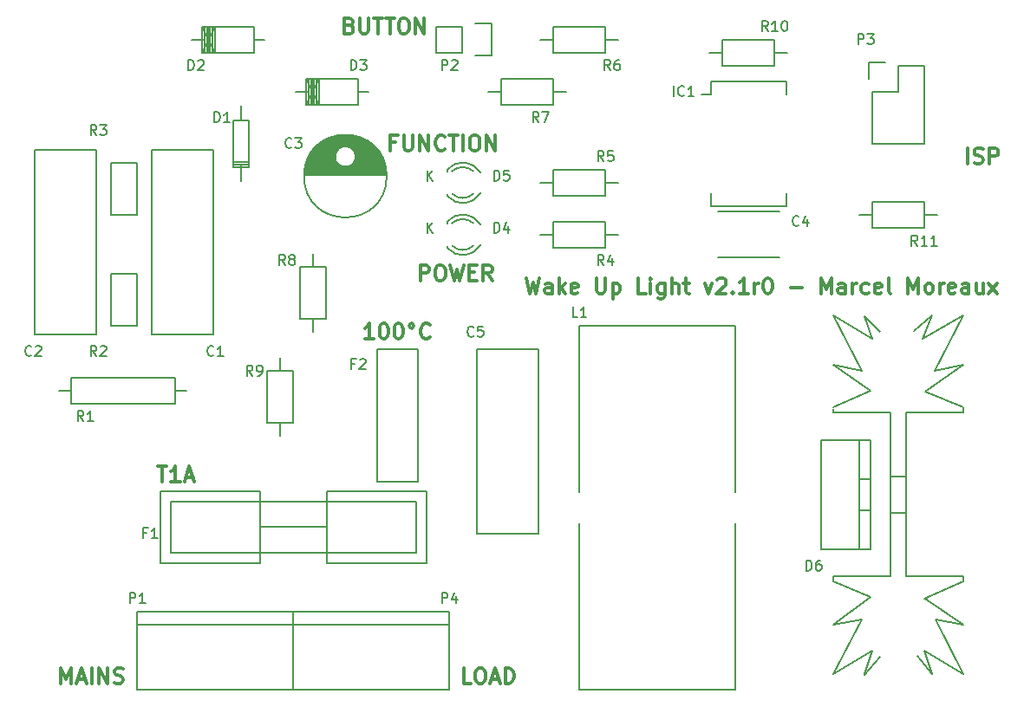
<source format=gto>
G04 #@! TF.FileFunction,Legend,Top*
%FSLAX46Y46*%
G04 Gerber Fmt 4.6, Leading zero omitted, Abs format (unit mm)*
G04 Created by KiCad (PCBNEW 4.0.5+dfsg1-4) date Wed Mar 13 23:51:39 2019*
%MOMM*%
%LPD*%
G01*
G04 APERTURE LIST*
%ADD10C,0.100000*%
%ADD11C,0.300000*%
%ADD12C,0.150000*%
G04 APERTURE END LIST*
D10*
D11*
X109115715Y-100778571D02*
X109472858Y-102278571D01*
X109758572Y-101207143D01*
X110044286Y-102278571D01*
X110401429Y-100778571D01*
X111615715Y-102278571D02*
X111615715Y-101492857D01*
X111544286Y-101350000D01*
X111401429Y-101278571D01*
X111115715Y-101278571D01*
X110972858Y-101350000D01*
X111615715Y-102207143D02*
X111472858Y-102278571D01*
X111115715Y-102278571D01*
X110972858Y-102207143D01*
X110901429Y-102064286D01*
X110901429Y-101921429D01*
X110972858Y-101778571D01*
X111115715Y-101707143D01*
X111472858Y-101707143D01*
X111615715Y-101635714D01*
X112330001Y-102278571D02*
X112330001Y-100778571D01*
X112472858Y-101707143D02*
X112901429Y-102278571D01*
X112901429Y-101278571D02*
X112330001Y-101850000D01*
X114115715Y-102207143D02*
X113972858Y-102278571D01*
X113687144Y-102278571D01*
X113544287Y-102207143D01*
X113472858Y-102064286D01*
X113472858Y-101492857D01*
X113544287Y-101350000D01*
X113687144Y-101278571D01*
X113972858Y-101278571D01*
X114115715Y-101350000D01*
X114187144Y-101492857D01*
X114187144Y-101635714D01*
X113472858Y-101778571D01*
X115972858Y-100778571D02*
X115972858Y-101992857D01*
X116044286Y-102135714D01*
X116115715Y-102207143D01*
X116258572Y-102278571D01*
X116544286Y-102278571D01*
X116687144Y-102207143D01*
X116758572Y-102135714D01*
X116830001Y-101992857D01*
X116830001Y-100778571D01*
X117544287Y-101278571D02*
X117544287Y-102778571D01*
X117544287Y-101350000D02*
X117687144Y-101278571D01*
X117972858Y-101278571D01*
X118115715Y-101350000D01*
X118187144Y-101421429D01*
X118258573Y-101564286D01*
X118258573Y-101992857D01*
X118187144Y-102135714D01*
X118115715Y-102207143D01*
X117972858Y-102278571D01*
X117687144Y-102278571D01*
X117544287Y-102207143D01*
X120758573Y-102278571D02*
X120044287Y-102278571D01*
X120044287Y-100778571D01*
X121258573Y-102278571D02*
X121258573Y-101278571D01*
X121258573Y-100778571D02*
X121187144Y-100850000D01*
X121258573Y-100921429D01*
X121330001Y-100850000D01*
X121258573Y-100778571D01*
X121258573Y-100921429D01*
X122615716Y-101278571D02*
X122615716Y-102492857D01*
X122544287Y-102635714D01*
X122472859Y-102707143D01*
X122330002Y-102778571D01*
X122115716Y-102778571D01*
X121972859Y-102707143D01*
X122615716Y-102207143D02*
X122472859Y-102278571D01*
X122187145Y-102278571D01*
X122044287Y-102207143D01*
X121972859Y-102135714D01*
X121901430Y-101992857D01*
X121901430Y-101564286D01*
X121972859Y-101421429D01*
X122044287Y-101350000D01*
X122187145Y-101278571D01*
X122472859Y-101278571D01*
X122615716Y-101350000D01*
X123330002Y-102278571D02*
X123330002Y-100778571D01*
X123972859Y-102278571D02*
X123972859Y-101492857D01*
X123901430Y-101350000D01*
X123758573Y-101278571D01*
X123544288Y-101278571D01*
X123401430Y-101350000D01*
X123330002Y-101421429D01*
X124472859Y-101278571D02*
X125044288Y-101278571D01*
X124687145Y-100778571D02*
X124687145Y-102064286D01*
X124758573Y-102207143D01*
X124901431Y-102278571D01*
X125044288Y-102278571D01*
X126544288Y-101278571D02*
X126901431Y-102278571D01*
X127258573Y-101278571D01*
X127758573Y-100921429D02*
X127830002Y-100850000D01*
X127972859Y-100778571D01*
X128330002Y-100778571D01*
X128472859Y-100850000D01*
X128544288Y-100921429D01*
X128615716Y-101064286D01*
X128615716Y-101207143D01*
X128544288Y-101421429D01*
X127687145Y-102278571D01*
X128615716Y-102278571D01*
X129258573Y-102135714D02*
X129330001Y-102207143D01*
X129258573Y-102278571D01*
X129187144Y-102207143D01*
X129258573Y-102135714D01*
X129258573Y-102278571D01*
X130758573Y-102278571D02*
X129901430Y-102278571D01*
X130330002Y-102278571D02*
X130330002Y-100778571D01*
X130187145Y-100992857D01*
X130044287Y-101135714D01*
X129901430Y-101207143D01*
X131401430Y-102278571D02*
X131401430Y-101278571D01*
X131401430Y-101564286D02*
X131472858Y-101421429D01*
X131544287Y-101350000D01*
X131687144Y-101278571D01*
X131830001Y-101278571D01*
X132615715Y-100778571D02*
X132758572Y-100778571D01*
X132901429Y-100850000D01*
X132972858Y-100921429D01*
X133044287Y-101064286D01*
X133115715Y-101350000D01*
X133115715Y-101707143D01*
X133044287Y-101992857D01*
X132972858Y-102135714D01*
X132901429Y-102207143D01*
X132758572Y-102278571D01*
X132615715Y-102278571D01*
X132472858Y-102207143D01*
X132401429Y-102135714D01*
X132330001Y-101992857D01*
X132258572Y-101707143D01*
X132258572Y-101350000D01*
X132330001Y-101064286D01*
X132401429Y-100921429D01*
X132472858Y-100850000D01*
X132615715Y-100778571D01*
X134901429Y-101707143D02*
X136044286Y-101707143D01*
X137901429Y-102278571D02*
X137901429Y-100778571D01*
X138401429Y-101850000D01*
X138901429Y-100778571D01*
X138901429Y-102278571D01*
X140258572Y-102278571D02*
X140258572Y-101492857D01*
X140187143Y-101350000D01*
X140044286Y-101278571D01*
X139758572Y-101278571D01*
X139615715Y-101350000D01*
X140258572Y-102207143D02*
X140115715Y-102278571D01*
X139758572Y-102278571D01*
X139615715Y-102207143D01*
X139544286Y-102064286D01*
X139544286Y-101921429D01*
X139615715Y-101778571D01*
X139758572Y-101707143D01*
X140115715Y-101707143D01*
X140258572Y-101635714D01*
X140972858Y-102278571D02*
X140972858Y-101278571D01*
X140972858Y-101564286D02*
X141044286Y-101421429D01*
X141115715Y-101350000D01*
X141258572Y-101278571D01*
X141401429Y-101278571D01*
X142544286Y-102207143D02*
X142401429Y-102278571D01*
X142115715Y-102278571D01*
X141972857Y-102207143D01*
X141901429Y-102135714D01*
X141830000Y-101992857D01*
X141830000Y-101564286D01*
X141901429Y-101421429D01*
X141972857Y-101350000D01*
X142115715Y-101278571D01*
X142401429Y-101278571D01*
X142544286Y-101350000D01*
X143758571Y-102207143D02*
X143615714Y-102278571D01*
X143330000Y-102278571D01*
X143187143Y-102207143D01*
X143115714Y-102064286D01*
X143115714Y-101492857D01*
X143187143Y-101350000D01*
X143330000Y-101278571D01*
X143615714Y-101278571D01*
X143758571Y-101350000D01*
X143830000Y-101492857D01*
X143830000Y-101635714D01*
X143115714Y-101778571D01*
X144687143Y-102278571D02*
X144544285Y-102207143D01*
X144472857Y-102064286D01*
X144472857Y-100778571D01*
X146401428Y-102278571D02*
X146401428Y-100778571D01*
X146901428Y-101850000D01*
X147401428Y-100778571D01*
X147401428Y-102278571D01*
X148330000Y-102278571D02*
X148187142Y-102207143D01*
X148115714Y-102135714D01*
X148044285Y-101992857D01*
X148044285Y-101564286D01*
X148115714Y-101421429D01*
X148187142Y-101350000D01*
X148330000Y-101278571D01*
X148544285Y-101278571D01*
X148687142Y-101350000D01*
X148758571Y-101421429D01*
X148830000Y-101564286D01*
X148830000Y-101992857D01*
X148758571Y-102135714D01*
X148687142Y-102207143D01*
X148544285Y-102278571D01*
X148330000Y-102278571D01*
X149472857Y-102278571D02*
X149472857Y-101278571D01*
X149472857Y-101564286D02*
X149544285Y-101421429D01*
X149615714Y-101350000D01*
X149758571Y-101278571D01*
X149901428Y-101278571D01*
X150972856Y-102207143D02*
X150829999Y-102278571D01*
X150544285Y-102278571D01*
X150401428Y-102207143D01*
X150329999Y-102064286D01*
X150329999Y-101492857D01*
X150401428Y-101350000D01*
X150544285Y-101278571D01*
X150829999Y-101278571D01*
X150972856Y-101350000D01*
X151044285Y-101492857D01*
X151044285Y-101635714D01*
X150329999Y-101778571D01*
X152329999Y-102278571D02*
X152329999Y-101492857D01*
X152258570Y-101350000D01*
X152115713Y-101278571D01*
X151829999Y-101278571D01*
X151687142Y-101350000D01*
X152329999Y-102207143D02*
X152187142Y-102278571D01*
X151829999Y-102278571D01*
X151687142Y-102207143D01*
X151615713Y-102064286D01*
X151615713Y-101921429D01*
X151687142Y-101778571D01*
X151829999Y-101707143D01*
X152187142Y-101707143D01*
X152329999Y-101635714D01*
X153687142Y-101278571D02*
X153687142Y-102278571D01*
X153044285Y-101278571D02*
X153044285Y-102064286D01*
X153115713Y-102207143D01*
X153258571Y-102278571D01*
X153472856Y-102278571D01*
X153615713Y-102207143D01*
X153687142Y-102135714D01*
X154258571Y-102278571D02*
X155044285Y-101278571D01*
X154258571Y-101278571D02*
X155044285Y-102278571D01*
X94198572Y-106723571D02*
X93341429Y-106723571D01*
X93770001Y-106723571D02*
X93770001Y-105223571D01*
X93627144Y-105437857D01*
X93484286Y-105580714D01*
X93341429Y-105652143D01*
X95127143Y-105223571D02*
X95270000Y-105223571D01*
X95412857Y-105295000D01*
X95484286Y-105366429D01*
X95555715Y-105509286D01*
X95627143Y-105795000D01*
X95627143Y-106152143D01*
X95555715Y-106437857D01*
X95484286Y-106580714D01*
X95412857Y-106652143D01*
X95270000Y-106723571D01*
X95127143Y-106723571D01*
X94984286Y-106652143D01*
X94912857Y-106580714D01*
X94841429Y-106437857D01*
X94770000Y-106152143D01*
X94770000Y-105795000D01*
X94841429Y-105509286D01*
X94912857Y-105366429D01*
X94984286Y-105295000D01*
X95127143Y-105223571D01*
X96555714Y-105223571D02*
X96698571Y-105223571D01*
X96841428Y-105295000D01*
X96912857Y-105366429D01*
X96984286Y-105509286D01*
X97055714Y-105795000D01*
X97055714Y-106152143D01*
X96984286Y-106437857D01*
X96912857Y-106580714D01*
X96841428Y-106652143D01*
X96698571Y-106723571D01*
X96555714Y-106723571D01*
X96412857Y-106652143D01*
X96341428Y-106580714D01*
X96270000Y-106437857D01*
X96198571Y-106152143D01*
X96198571Y-105795000D01*
X96270000Y-105509286D01*
X96341428Y-105366429D01*
X96412857Y-105295000D01*
X96555714Y-105223571D01*
X97912857Y-105223571D02*
X97769999Y-105295000D01*
X97698571Y-105437857D01*
X97769999Y-105580714D01*
X97912857Y-105652143D01*
X98055714Y-105580714D01*
X98127142Y-105437857D01*
X98055714Y-105295000D01*
X97912857Y-105223571D01*
X99698571Y-106580714D02*
X99627142Y-106652143D01*
X99412856Y-106723571D01*
X99269999Y-106723571D01*
X99055714Y-106652143D01*
X98912856Y-106509286D01*
X98841428Y-106366429D01*
X98769999Y-106080714D01*
X98769999Y-105866429D01*
X98841428Y-105580714D01*
X98912856Y-105437857D01*
X99055714Y-105295000D01*
X99269999Y-105223571D01*
X99412856Y-105223571D01*
X99627142Y-105295000D01*
X99698571Y-105366429D01*
X73144286Y-119193571D02*
X74001429Y-119193571D01*
X73572858Y-120693571D02*
X73572858Y-119193571D01*
X75287143Y-120693571D02*
X74430000Y-120693571D01*
X74858572Y-120693571D02*
X74858572Y-119193571D01*
X74715715Y-119407857D01*
X74572857Y-119550714D01*
X74430000Y-119622143D01*
X75858571Y-120265000D02*
X76572857Y-120265000D01*
X75715714Y-120693571D02*
X76215714Y-119193571D01*
X76715714Y-120693571D01*
X152205715Y-89578571D02*
X152205715Y-88078571D01*
X152848572Y-89507143D02*
X153062858Y-89578571D01*
X153420001Y-89578571D01*
X153562858Y-89507143D01*
X153634287Y-89435714D01*
X153705715Y-89292857D01*
X153705715Y-89150000D01*
X153634287Y-89007143D01*
X153562858Y-88935714D01*
X153420001Y-88864286D01*
X153134287Y-88792857D01*
X152991429Y-88721429D01*
X152920001Y-88650000D01*
X152848572Y-88507143D01*
X152848572Y-88364286D01*
X152920001Y-88221429D01*
X152991429Y-88150000D01*
X153134287Y-88078571D01*
X153491429Y-88078571D01*
X153705715Y-88150000D01*
X154348572Y-89578571D02*
X154348572Y-88078571D01*
X154920000Y-88078571D01*
X155062858Y-88150000D01*
X155134286Y-88221429D01*
X155205715Y-88364286D01*
X155205715Y-88578571D01*
X155134286Y-88721429D01*
X155062858Y-88792857D01*
X154920000Y-88864286D01*
X154348572Y-88864286D01*
X91857143Y-76092857D02*
X92071429Y-76164286D01*
X92142857Y-76235714D01*
X92214286Y-76378571D01*
X92214286Y-76592857D01*
X92142857Y-76735714D01*
X92071429Y-76807143D01*
X91928571Y-76878571D01*
X91357143Y-76878571D01*
X91357143Y-75378571D01*
X91857143Y-75378571D01*
X92000000Y-75450000D01*
X92071429Y-75521429D01*
X92142857Y-75664286D01*
X92142857Y-75807143D01*
X92071429Y-75950000D01*
X92000000Y-76021429D01*
X91857143Y-76092857D01*
X91357143Y-76092857D01*
X92857143Y-75378571D02*
X92857143Y-76592857D01*
X92928571Y-76735714D01*
X93000000Y-76807143D01*
X93142857Y-76878571D01*
X93428571Y-76878571D01*
X93571429Y-76807143D01*
X93642857Y-76735714D01*
X93714286Y-76592857D01*
X93714286Y-75378571D01*
X94214286Y-75378571D02*
X95071429Y-75378571D01*
X94642858Y-76878571D02*
X94642858Y-75378571D01*
X95357143Y-75378571D02*
X96214286Y-75378571D01*
X95785715Y-76878571D02*
X95785715Y-75378571D01*
X97000000Y-75378571D02*
X97285714Y-75378571D01*
X97428572Y-75450000D01*
X97571429Y-75592857D01*
X97642857Y-75878571D01*
X97642857Y-76378571D01*
X97571429Y-76664286D01*
X97428572Y-76807143D01*
X97285714Y-76878571D01*
X97000000Y-76878571D01*
X96857143Y-76807143D01*
X96714286Y-76664286D01*
X96642857Y-76378571D01*
X96642857Y-75878571D01*
X96714286Y-75592857D01*
X96857143Y-75450000D01*
X97000000Y-75378571D01*
X98285715Y-76878571D02*
X98285715Y-75378571D01*
X99142858Y-76878571D01*
X99142858Y-75378571D01*
X96357857Y-87522857D02*
X95857857Y-87522857D01*
X95857857Y-88308571D02*
X95857857Y-86808571D01*
X96572143Y-86808571D01*
X97143571Y-86808571D02*
X97143571Y-88022857D01*
X97214999Y-88165714D01*
X97286428Y-88237143D01*
X97429285Y-88308571D01*
X97714999Y-88308571D01*
X97857857Y-88237143D01*
X97929285Y-88165714D01*
X98000714Y-88022857D01*
X98000714Y-86808571D01*
X98715000Y-88308571D02*
X98715000Y-86808571D01*
X99572143Y-88308571D01*
X99572143Y-86808571D01*
X101143572Y-88165714D02*
X101072143Y-88237143D01*
X100857857Y-88308571D01*
X100715000Y-88308571D01*
X100500715Y-88237143D01*
X100357857Y-88094286D01*
X100286429Y-87951429D01*
X100215000Y-87665714D01*
X100215000Y-87451429D01*
X100286429Y-87165714D01*
X100357857Y-87022857D01*
X100500715Y-86880000D01*
X100715000Y-86808571D01*
X100857857Y-86808571D01*
X101072143Y-86880000D01*
X101143572Y-86951429D01*
X101572143Y-86808571D02*
X102429286Y-86808571D01*
X102000715Y-88308571D02*
X102000715Y-86808571D01*
X102929286Y-88308571D02*
X102929286Y-86808571D01*
X103929286Y-86808571D02*
X104215000Y-86808571D01*
X104357858Y-86880000D01*
X104500715Y-87022857D01*
X104572143Y-87308571D01*
X104572143Y-87808571D01*
X104500715Y-88094286D01*
X104357858Y-88237143D01*
X104215000Y-88308571D01*
X103929286Y-88308571D01*
X103786429Y-88237143D01*
X103643572Y-88094286D01*
X103572143Y-87808571D01*
X103572143Y-87308571D01*
X103643572Y-87022857D01*
X103786429Y-86880000D01*
X103929286Y-86808571D01*
X105215001Y-88308571D02*
X105215001Y-86808571D01*
X106072144Y-88308571D01*
X106072144Y-86808571D01*
X98770714Y-101008571D02*
X98770714Y-99508571D01*
X99342142Y-99508571D01*
X99485000Y-99580000D01*
X99556428Y-99651429D01*
X99627857Y-99794286D01*
X99627857Y-100008571D01*
X99556428Y-100151429D01*
X99485000Y-100222857D01*
X99342142Y-100294286D01*
X98770714Y-100294286D01*
X100556428Y-99508571D02*
X100842142Y-99508571D01*
X100985000Y-99580000D01*
X101127857Y-99722857D01*
X101199285Y-100008571D01*
X101199285Y-100508571D01*
X101127857Y-100794286D01*
X100985000Y-100937143D01*
X100842142Y-101008571D01*
X100556428Y-101008571D01*
X100413571Y-100937143D01*
X100270714Y-100794286D01*
X100199285Y-100508571D01*
X100199285Y-100008571D01*
X100270714Y-99722857D01*
X100413571Y-99580000D01*
X100556428Y-99508571D01*
X101699286Y-99508571D02*
X102056429Y-101008571D01*
X102342143Y-99937143D01*
X102627857Y-101008571D01*
X102985000Y-99508571D01*
X103556429Y-100222857D02*
X104056429Y-100222857D01*
X104270715Y-101008571D02*
X103556429Y-101008571D01*
X103556429Y-99508571D01*
X104270715Y-99508571D01*
X105770715Y-101008571D02*
X105270715Y-100294286D01*
X104913572Y-101008571D02*
X104913572Y-99508571D01*
X105485000Y-99508571D01*
X105627858Y-99580000D01*
X105699286Y-99651429D01*
X105770715Y-99794286D01*
X105770715Y-100008571D01*
X105699286Y-100151429D01*
X105627858Y-100222857D01*
X105485000Y-100294286D01*
X104913572Y-100294286D01*
X103695715Y-140378571D02*
X102981429Y-140378571D01*
X102981429Y-138878571D01*
X104481429Y-138878571D02*
X104767143Y-138878571D01*
X104910001Y-138950000D01*
X105052858Y-139092857D01*
X105124286Y-139378571D01*
X105124286Y-139878571D01*
X105052858Y-140164286D01*
X104910001Y-140307143D01*
X104767143Y-140378571D01*
X104481429Y-140378571D01*
X104338572Y-140307143D01*
X104195715Y-140164286D01*
X104124286Y-139878571D01*
X104124286Y-139378571D01*
X104195715Y-139092857D01*
X104338572Y-138950000D01*
X104481429Y-138878571D01*
X105695715Y-139950000D02*
X106410001Y-139950000D01*
X105552858Y-140378571D02*
X106052858Y-138878571D01*
X106552858Y-140378571D01*
X107052858Y-140378571D02*
X107052858Y-138878571D01*
X107410001Y-138878571D01*
X107624286Y-138950000D01*
X107767144Y-139092857D01*
X107838572Y-139235714D01*
X107910001Y-139521429D01*
X107910001Y-139735714D01*
X107838572Y-140021429D01*
X107767144Y-140164286D01*
X107624286Y-140307143D01*
X107410001Y-140378571D01*
X107052858Y-140378571D01*
X63675000Y-140378571D02*
X63675000Y-138878571D01*
X64175000Y-139950000D01*
X64675000Y-138878571D01*
X64675000Y-140378571D01*
X65317857Y-139950000D02*
X66032143Y-139950000D01*
X65175000Y-140378571D02*
X65675000Y-138878571D01*
X66175000Y-140378571D01*
X66675000Y-140378571D02*
X66675000Y-138878571D01*
X67389286Y-140378571D02*
X67389286Y-138878571D01*
X68246429Y-140378571D01*
X68246429Y-138878571D01*
X68889286Y-140307143D02*
X69103572Y-140378571D01*
X69460715Y-140378571D01*
X69603572Y-140307143D01*
X69675001Y-140235714D01*
X69746429Y-140092857D01*
X69746429Y-139950000D01*
X69675001Y-139807143D01*
X69603572Y-139735714D01*
X69460715Y-139664286D01*
X69175001Y-139592857D01*
X69032143Y-139521429D01*
X68960715Y-139450000D01*
X68889286Y-139307143D01*
X68889286Y-139164286D01*
X68960715Y-139021429D01*
X69032143Y-138950000D01*
X69175001Y-138878571D01*
X69532143Y-138878571D01*
X69746429Y-138950000D01*
D12*
X127135000Y-81525000D02*
X127135000Y-82795000D01*
X134485000Y-81525000D02*
X134485000Y-82795000D01*
X134485000Y-93735000D02*
X134485000Y-92465000D01*
X127135000Y-93735000D02*
X127135000Y-92465000D01*
X127135000Y-81525000D02*
X134485000Y-81525000D01*
X127135000Y-93735000D02*
X134485000Y-93735000D01*
X127135000Y-82795000D02*
X126200000Y-82795000D01*
X142748000Y-120396000D02*
X141605000Y-120396000D01*
X142748000Y-123444000D02*
X141605000Y-123444000D01*
X141605000Y-127254000D02*
X137922000Y-127254000D01*
X137922000Y-127254000D02*
X137922000Y-116586000D01*
X137922000Y-116586000D02*
X141605000Y-116586000D01*
X142748000Y-127254000D02*
X141605000Y-127254000D01*
X141605000Y-127254000D02*
X141605000Y-116586000D01*
X141605000Y-116586000D02*
X142748000Y-116586000D01*
X142748000Y-121920000D02*
X142748000Y-116586000D01*
X142748000Y-121920000D02*
X142748000Y-127254000D01*
X114300000Y-140970000D02*
X114300000Y-124714000D01*
X114300000Y-105410000D02*
X114300000Y-121666000D01*
X129540000Y-121666000D02*
X129540000Y-105410000D01*
X129540000Y-140970000D02*
X129540000Y-124714000D01*
X114300000Y-140970000D02*
X129540000Y-140970000D01*
X129540000Y-105410000D02*
X114300000Y-105410000D01*
X72565000Y-106275000D02*
X72565000Y-88275000D01*
X72565000Y-88275000D02*
X78565000Y-88275000D01*
X78565000Y-88275000D02*
X78565000Y-106275000D01*
X78565000Y-106275000D02*
X72565000Y-106275000D01*
X61135000Y-106275000D02*
X61135000Y-88275000D01*
X61135000Y-88275000D02*
X67135000Y-88275000D01*
X67135000Y-88275000D02*
X67135000Y-106275000D01*
X67135000Y-106275000D02*
X61135000Y-106275000D01*
X87441000Y-90735000D02*
X95439000Y-90735000D01*
X87446000Y-90595000D02*
X95434000Y-90595000D01*
X87456000Y-90455000D02*
X95424000Y-90455000D01*
X87471000Y-90315000D02*
X95409000Y-90315000D01*
X87491000Y-90175000D02*
X95389000Y-90175000D01*
X87516000Y-90035000D02*
X95364000Y-90035000D01*
X87546000Y-89895000D02*
X91267000Y-89895000D01*
X91613000Y-89895000D02*
X95334000Y-89895000D01*
X87582000Y-89755000D02*
X90905000Y-89755000D01*
X91975000Y-89755000D02*
X95298000Y-89755000D01*
X87623000Y-89615000D02*
X90731000Y-89615000D01*
X92149000Y-89615000D02*
X95257000Y-89615000D01*
X87669000Y-89475000D02*
X90615000Y-89475000D01*
X92265000Y-89475000D02*
X95211000Y-89475000D01*
X87722000Y-89335000D02*
X90535000Y-89335000D01*
X92345000Y-89335000D02*
X95158000Y-89335000D01*
X87781000Y-89195000D02*
X90481000Y-89195000D01*
X92399000Y-89195000D02*
X95099000Y-89195000D01*
X87846000Y-89055000D02*
X90451000Y-89055000D01*
X92429000Y-89055000D02*
X95034000Y-89055000D01*
X87917000Y-88915000D02*
X90440000Y-88915000D01*
X92440000Y-88915000D02*
X94963000Y-88915000D01*
X87996000Y-88775000D02*
X90449000Y-88775000D01*
X92431000Y-88775000D02*
X94884000Y-88775000D01*
X88083000Y-88635000D02*
X90479000Y-88635000D01*
X92401000Y-88635000D02*
X94797000Y-88635000D01*
X88178000Y-88495000D02*
X90530000Y-88495000D01*
X92350000Y-88495000D02*
X94702000Y-88495000D01*
X88282000Y-88355000D02*
X90608000Y-88355000D01*
X92272000Y-88355000D02*
X94598000Y-88355000D01*
X88396000Y-88215000D02*
X90721000Y-88215000D01*
X92159000Y-88215000D02*
X94484000Y-88215000D01*
X88521000Y-88075000D02*
X90890000Y-88075000D01*
X91990000Y-88075000D02*
X94359000Y-88075000D01*
X88659000Y-87935000D02*
X91218000Y-87935000D01*
X91662000Y-87935000D02*
X94221000Y-87935000D01*
X88811000Y-87795000D02*
X94069000Y-87795000D01*
X88981000Y-87655000D02*
X93899000Y-87655000D01*
X89172000Y-87515000D02*
X93708000Y-87515000D01*
X89390000Y-87375000D02*
X93490000Y-87375000D01*
X89646000Y-87235000D02*
X93234000Y-87235000D01*
X89957000Y-87095000D02*
X92923000Y-87095000D01*
X90373000Y-86955000D02*
X92507000Y-86955000D01*
X91240000Y-86815000D02*
X91640000Y-86815000D01*
X92440000Y-88910000D02*
G75*
G03X92440000Y-88910000I-1000000J0D01*
G01*
X95477500Y-90810000D02*
G75*
G03X95477500Y-90810000I-4037500J0D01*
G01*
X133850000Y-98770000D02*
X127850000Y-98770000D01*
X127850000Y-94270000D02*
X133850000Y-94270000D01*
X104315000Y-125720000D02*
X104315000Y-107720000D01*
X104315000Y-107720000D02*
X110315000Y-107720000D01*
X110315000Y-107720000D02*
X110315000Y-125720000D01*
X110315000Y-125720000D02*
X104315000Y-125720000D01*
X81277460Y-85343480D02*
X81277460Y-83946480D01*
X81277460Y-89788480D02*
X81277460Y-91312480D01*
X80515460Y-89407480D02*
X82039460Y-89407480D01*
X80515460Y-89661480D02*
X82039460Y-89661480D01*
X81277460Y-89915480D02*
X82039460Y-89915480D01*
X82039460Y-89915480D02*
X82039460Y-85343480D01*
X82039460Y-85343480D02*
X80515460Y-85343480D01*
X80515460Y-85343480D02*
X80515460Y-89915480D01*
X80515460Y-89915480D02*
X81277460Y-89915480D01*
X82550000Y-77467460D02*
X83566000Y-77467460D01*
X77724000Y-77467460D02*
X76454000Y-77467460D01*
X77978000Y-76197460D02*
X77978000Y-78737460D01*
X78232000Y-76197460D02*
X78232000Y-78737460D01*
X78486000Y-76197460D02*
X78486000Y-78737460D01*
X77724000Y-76197460D02*
X77724000Y-78737460D01*
X78740000Y-76197460D02*
X77470000Y-78737460D01*
X77470000Y-76197460D02*
X78740000Y-78737460D01*
X78740000Y-76197460D02*
X78740000Y-78737460D01*
X78105000Y-76197460D02*
X78105000Y-78737460D01*
X77470000Y-78737460D02*
X77470000Y-76197460D01*
X77470000Y-76197460D02*
X82550000Y-76197460D01*
X82550000Y-76197460D02*
X82550000Y-78737460D01*
X82550000Y-78737460D02*
X77470000Y-78737460D01*
X92710000Y-82547460D02*
X93726000Y-82547460D01*
X87884000Y-82547460D02*
X86614000Y-82547460D01*
X88138000Y-81277460D02*
X88138000Y-83817460D01*
X88392000Y-81277460D02*
X88392000Y-83817460D01*
X88646000Y-81277460D02*
X88646000Y-83817460D01*
X87884000Y-81277460D02*
X87884000Y-83817460D01*
X88900000Y-81277460D02*
X87630000Y-83817460D01*
X87630000Y-81277460D02*
X88900000Y-83817460D01*
X88900000Y-81277460D02*
X88900000Y-83817460D01*
X88265000Y-81277460D02*
X88265000Y-83817460D01*
X87630000Y-83817460D02*
X87630000Y-81277460D01*
X87630000Y-81277460D02*
X92710000Y-81277460D01*
X92710000Y-81277460D02*
X92710000Y-83817460D01*
X92710000Y-83817460D02*
X87630000Y-83817460D01*
X101401000Y-97834000D02*
X101401000Y-97634000D01*
X101401000Y-95240000D02*
X101401000Y-95420000D01*
X104628744Y-95550357D02*
G75*
G03X101401000Y-95234000I-1727744J-1003643D01*
G01*
X103953006Y-95420932D02*
G75*
G03X101850000Y-95420000I-1052006J-1133068D01*
G01*
X101413780Y-97860726D02*
G75*
G03X104651000Y-97514000I1497220J1306726D01*
G01*
X101887111Y-97633253D02*
G75*
G03X103935000Y-97614000I1013889J1079253D01*
G01*
X101401000Y-92754000D02*
X101401000Y-92554000D01*
X101401000Y-90160000D02*
X101401000Y-90340000D01*
X104628744Y-90470357D02*
G75*
G03X101401000Y-90154000I-1727744J-1003643D01*
G01*
X103953006Y-90340932D02*
G75*
G03X101850000Y-90340000I-1052006J-1133068D01*
G01*
X101413780Y-92780726D02*
G75*
G03X104651000Y-92434000I1497220J1306726D01*
G01*
X101887111Y-92553253D02*
G75*
G03X103935000Y-92534000I1013889J1079253D01*
G01*
X89611200Y-125095000D02*
X83108800Y-125095000D01*
X89611200Y-121594880D02*
X89611200Y-128595120D01*
X98358960Y-128595120D02*
X89611200Y-128595120D01*
X98358960Y-121594880D02*
X89611200Y-121594880D01*
X75610720Y-127594360D02*
X74361040Y-127594360D01*
X75859640Y-122595640D02*
X74361040Y-122595640D01*
X87861140Y-127594360D02*
X75610720Y-127594360D01*
X87609680Y-122595640D02*
X75859640Y-122595640D01*
X98358960Y-127594360D02*
X87861140Y-127594360D01*
X98358960Y-122595640D02*
X87609680Y-122595640D01*
X98358960Y-122595640D02*
X98358960Y-127594360D01*
X99359720Y-121594880D02*
X98358960Y-121594880D01*
X99359720Y-121594880D02*
X99359720Y-128595120D01*
X99359720Y-128595120D02*
X98358960Y-128595120D01*
X74361040Y-122595640D02*
X74361040Y-127594360D01*
X83108800Y-121594880D02*
X73360280Y-121594880D01*
X73360280Y-121594880D02*
X73360280Y-128595120D01*
X83108800Y-128595120D02*
X73360280Y-128595120D01*
X83108800Y-121594880D02*
X83108800Y-128595120D01*
X71120000Y-134620000D02*
X86360000Y-134620000D01*
X71120000Y-133350000D02*
X71120000Y-140970000D01*
X71120000Y-140970000D02*
X86360000Y-140970000D01*
X86360000Y-140970000D02*
X86360000Y-133350000D01*
X86360000Y-133350000D02*
X71120000Y-133350000D01*
X86360000Y-134620000D02*
X101600000Y-134620000D01*
X86360000Y-133350000D02*
X86360000Y-140970000D01*
X86360000Y-140970000D02*
X101600000Y-140970000D01*
X101600000Y-140970000D02*
X101600000Y-133350000D01*
X101600000Y-133350000D02*
X86360000Y-133350000D01*
X74810000Y-113030000D02*
X74810000Y-110490000D01*
X74810000Y-110490000D02*
X64650000Y-110490000D01*
X64650000Y-110490000D02*
X64650000Y-113030000D01*
X64650000Y-113030000D02*
X74810000Y-113030000D01*
X63500000Y-111760000D02*
X64650000Y-111760000D01*
X75960000Y-111760000D02*
X74810000Y-111760000D01*
X116840000Y-97790000D02*
X111760000Y-97790000D01*
X111760000Y-97790000D02*
X111760000Y-95250000D01*
X111760000Y-95250000D02*
X116840000Y-95250000D01*
X116840000Y-95250000D02*
X116840000Y-97790000D01*
X116840000Y-96520000D02*
X118110000Y-96520000D01*
X111760000Y-96520000D02*
X110490000Y-96520000D01*
X116840000Y-92710000D02*
X111760000Y-92710000D01*
X111760000Y-92710000D02*
X111760000Y-90170000D01*
X111760000Y-90170000D02*
X116840000Y-90170000D01*
X116840000Y-90170000D02*
X116840000Y-92710000D01*
X116840000Y-91440000D02*
X118110000Y-91440000D01*
X111760000Y-91440000D02*
X110490000Y-91440000D01*
X116840000Y-78740000D02*
X111760000Y-78740000D01*
X111760000Y-78740000D02*
X111760000Y-76200000D01*
X111760000Y-76200000D02*
X116840000Y-76200000D01*
X116840000Y-76200000D02*
X116840000Y-78740000D01*
X116840000Y-77470000D02*
X118110000Y-77470000D01*
X111760000Y-77470000D02*
X110490000Y-77470000D01*
X111760000Y-83820000D02*
X106680000Y-83820000D01*
X106680000Y-83820000D02*
X106680000Y-81280000D01*
X106680000Y-81280000D02*
X111760000Y-81280000D01*
X111760000Y-81280000D02*
X111760000Y-83820000D01*
X111760000Y-82550000D02*
X113030000Y-82550000D01*
X106680000Y-82550000D02*
X105410000Y-82550000D01*
X86995000Y-104775000D02*
X86995000Y-99695000D01*
X86995000Y-99695000D02*
X89535000Y-99695000D01*
X89535000Y-99695000D02*
X89535000Y-104775000D01*
X89535000Y-104775000D02*
X86995000Y-104775000D01*
X88265000Y-104775000D02*
X88265000Y-106045000D01*
X88265000Y-99695000D02*
X88265000Y-98425000D01*
X83820000Y-114935000D02*
X83820000Y-109855000D01*
X83820000Y-109855000D02*
X86360000Y-109855000D01*
X86360000Y-109855000D02*
X86360000Y-114935000D01*
X86360000Y-114935000D02*
X83820000Y-114935000D01*
X85090000Y-114935000D02*
X85090000Y-116205000D01*
X85090000Y-109855000D02*
X85090000Y-108585000D01*
X128270000Y-77470000D02*
X133350000Y-77470000D01*
X133350000Y-77470000D02*
X133350000Y-80010000D01*
X133350000Y-80010000D02*
X128270000Y-80010000D01*
X128270000Y-80010000D02*
X128270000Y-77470000D01*
X128270000Y-78740000D02*
X127000000Y-78740000D01*
X133350000Y-78740000D02*
X134620000Y-78740000D01*
X147955000Y-95885000D02*
X142875000Y-95885000D01*
X142875000Y-95885000D02*
X142875000Y-93345000D01*
X142875000Y-93345000D02*
X147955000Y-93345000D01*
X147955000Y-93345000D02*
X147955000Y-95885000D01*
X147955000Y-94615000D02*
X149225000Y-94615000D01*
X142875000Y-94615000D02*
X141605000Y-94615000D01*
X144653000Y-123698000D02*
X146177000Y-123698000D01*
X144653000Y-120142000D02*
X146177000Y-120142000D01*
X151765000Y-130429000D02*
X151765000Y-129921000D01*
X139065000Y-104394000D02*
X141859000Y-109855000D01*
X141859000Y-109855000D02*
X139065000Y-109220000D01*
X142748000Y-131953000D02*
X139065000Y-134620000D01*
X139065000Y-134620000D02*
X141859000Y-134112000D01*
X141859000Y-134112000D02*
X139065000Y-139446000D01*
X148082000Y-132080000D02*
X151765000Y-134620000D01*
X151765000Y-134620000D02*
X149098000Y-134112000D01*
X149098000Y-134112000D02*
X151765000Y-139446000D01*
X147955000Y-137160000D02*
X151765000Y-139446000D01*
X142875000Y-137160000D02*
X139065000Y-139446000D01*
X139065000Y-113919000D02*
X139065000Y-113538000D01*
X151765000Y-113919000D02*
X151765000Y-113411000D01*
X148082000Y-111887000D02*
X151765000Y-109220000D01*
X151765000Y-109220000D02*
X148971000Y-109855000D01*
X148971000Y-109855000D02*
X151765000Y-104394000D01*
X147828000Y-106680000D02*
X148717000Y-104394000D01*
X148717000Y-104394000D02*
X146939000Y-105918000D01*
X151765000Y-104394000D02*
X147828000Y-106680000D01*
X142875000Y-106680000D02*
X142113000Y-104521000D01*
X142113000Y-104521000D02*
X143637000Y-106045000D01*
X139065000Y-104394000D02*
X142875000Y-106680000D01*
X142748000Y-111760000D02*
X139065000Y-109220000D01*
X151765000Y-113411000D02*
X148082000Y-111887000D01*
X139065000Y-113411000D02*
X142748000Y-111760000D01*
X151765000Y-130429000D02*
X147955000Y-132080000D01*
X139065000Y-129921000D02*
X139065000Y-130429000D01*
X139065000Y-130429000D02*
X142748000Y-131953000D01*
X148717000Y-139446000D02*
X147320000Y-137668000D01*
X142113000Y-139573000D02*
X143637000Y-137795000D01*
X148717000Y-139446000D02*
X147955000Y-137160000D01*
X142113000Y-139446000D02*
X142875000Y-137160000D01*
X146177000Y-121920000D02*
X146177000Y-129921000D01*
X146177000Y-129921000D02*
X151765000Y-129921000D01*
X146177000Y-121920000D02*
X146177000Y-113919000D01*
X146177000Y-113919000D02*
X151765000Y-113919000D01*
X144653000Y-121920000D02*
X144653000Y-129921000D01*
X144653000Y-129921000D02*
X139065000Y-129921000D01*
X144653000Y-121920000D02*
X144653000Y-113919000D01*
X144653000Y-113919000D02*
X139065000Y-113919000D01*
X68580000Y-105410000D02*
X68580000Y-100330000D01*
X68580000Y-100330000D02*
X71120000Y-100330000D01*
X71120000Y-100330000D02*
X71120000Y-105410000D01*
X71120000Y-105410000D02*
X68580000Y-105410000D01*
X68580000Y-94615000D02*
X68580000Y-89535000D01*
X68580000Y-89535000D02*
X71120000Y-89535000D01*
X71120000Y-89535000D02*
X71120000Y-94615000D01*
X71120000Y-94615000D02*
X68580000Y-94615000D01*
X102870000Y-78740000D02*
X100330000Y-78740000D01*
X105690000Y-79020000D02*
X104140000Y-79020000D01*
X102870000Y-78740000D02*
X102870000Y-76200000D01*
X104140000Y-75920000D02*
X105690000Y-75920000D01*
X105690000Y-75920000D02*
X105690000Y-79020000D01*
X102870000Y-76200000D02*
X100330000Y-76200000D01*
X100330000Y-76200000D02*
X100330000Y-78740000D01*
X142875000Y-82550000D02*
X142875000Y-87630000D01*
X142595000Y-79730000D02*
X144145000Y-79730000D01*
X145415000Y-80010000D02*
X145415000Y-82550000D01*
X145415000Y-82550000D02*
X142875000Y-82550000D01*
X142875000Y-87630000D02*
X147955000Y-87630000D01*
X147955000Y-87630000D02*
X147955000Y-82550000D01*
X142595000Y-79730000D02*
X142595000Y-81280000D01*
X147955000Y-80010000D02*
X145415000Y-80010000D01*
X147955000Y-82550000D02*
X147955000Y-80010000D01*
X94520000Y-120720000D02*
X94520000Y-107720000D01*
X94520000Y-107720000D02*
X98520000Y-107720000D01*
X98520000Y-107720000D02*
X98520000Y-120720000D01*
X98520000Y-120720000D02*
X94520000Y-120720000D01*
X123483810Y-83002381D02*
X123483810Y-82002381D01*
X124531429Y-82907143D02*
X124483810Y-82954762D01*
X124340953Y-83002381D01*
X124245715Y-83002381D01*
X124102857Y-82954762D01*
X124007619Y-82859524D01*
X123960000Y-82764286D01*
X123912381Y-82573810D01*
X123912381Y-82430952D01*
X123960000Y-82240476D01*
X124007619Y-82145238D01*
X124102857Y-82050000D01*
X124245715Y-82002381D01*
X124340953Y-82002381D01*
X124483810Y-82050000D01*
X124531429Y-82097619D01*
X125483810Y-83002381D02*
X124912381Y-83002381D01*
X125198095Y-83002381D02*
X125198095Y-82002381D01*
X125102857Y-82145238D01*
X125007619Y-82240476D01*
X124912381Y-82288095D01*
X136421905Y-129357381D02*
X136421905Y-128357381D01*
X136660000Y-128357381D01*
X136802858Y-128405000D01*
X136898096Y-128500238D01*
X136945715Y-128595476D01*
X136993334Y-128785952D01*
X136993334Y-128928810D01*
X136945715Y-129119286D01*
X136898096Y-129214524D01*
X136802858Y-129309762D01*
X136660000Y-129357381D01*
X136421905Y-129357381D01*
X137850477Y-128357381D02*
X137660000Y-128357381D01*
X137564762Y-128405000D01*
X137517143Y-128452619D01*
X137421905Y-128595476D01*
X137374286Y-128785952D01*
X137374286Y-129166905D01*
X137421905Y-129262143D01*
X137469524Y-129309762D01*
X137564762Y-129357381D01*
X137755239Y-129357381D01*
X137850477Y-129309762D01*
X137898096Y-129262143D01*
X137945715Y-129166905D01*
X137945715Y-128928810D01*
X137898096Y-128833571D01*
X137850477Y-128785952D01*
X137755239Y-128738333D01*
X137564762Y-128738333D01*
X137469524Y-128785952D01*
X137421905Y-128833571D01*
X137374286Y-128928810D01*
X114133334Y-104592381D02*
X113657143Y-104592381D01*
X113657143Y-103592381D01*
X114990477Y-104592381D02*
X114419048Y-104592381D01*
X114704762Y-104592381D02*
X114704762Y-103592381D01*
X114609524Y-103735238D01*
X114514286Y-103830476D01*
X114419048Y-103878095D01*
X78573334Y-108307143D02*
X78525715Y-108354762D01*
X78382858Y-108402381D01*
X78287620Y-108402381D01*
X78144762Y-108354762D01*
X78049524Y-108259524D01*
X78001905Y-108164286D01*
X77954286Y-107973810D01*
X77954286Y-107830952D01*
X78001905Y-107640476D01*
X78049524Y-107545238D01*
X78144762Y-107450000D01*
X78287620Y-107402381D01*
X78382858Y-107402381D01*
X78525715Y-107450000D01*
X78573334Y-107497619D01*
X79525715Y-108402381D02*
X78954286Y-108402381D01*
X79240000Y-108402381D02*
X79240000Y-107402381D01*
X79144762Y-107545238D01*
X79049524Y-107640476D01*
X78954286Y-107688095D01*
X60793334Y-108307143D02*
X60745715Y-108354762D01*
X60602858Y-108402381D01*
X60507620Y-108402381D01*
X60364762Y-108354762D01*
X60269524Y-108259524D01*
X60221905Y-108164286D01*
X60174286Y-107973810D01*
X60174286Y-107830952D01*
X60221905Y-107640476D01*
X60269524Y-107545238D01*
X60364762Y-107450000D01*
X60507620Y-107402381D01*
X60602858Y-107402381D01*
X60745715Y-107450000D01*
X60793334Y-107497619D01*
X61174286Y-107497619D02*
X61221905Y-107450000D01*
X61317143Y-107402381D01*
X61555239Y-107402381D01*
X61650477Y-107450000D01*
X61698096Y-107497619D01*
X61745715Y-107592857D01*
X61745715Y-107688095D01*
X61698096Y-107830952D01*
X61126667Y-108402381D01*
X61745715Y-108402381D01*
X86193334Y-87987143D02*
X86145715Y-88034762D01*
X86002858Y-88082381D01*
X85907620Y-88082381D01*
X85764762Y-88034762D01*
X85669524Y-87939524D01*
X85621905Y-87844286D01*
X85574286Y-87653810D01*
X85574286Y-87510952D01*
X85621905Y-87320476D01*
X85669524Y-87225238D01*
X85764762Y-87130000D01*
X85907620Y-87082381D01*
X86002858Y-87082381D01*
X86145715Y-87130000D01*
X86193334Y-87177619D01*
X86526667Y-87082381D02*
X87145715Y-87082381D01*
X86812381Y-87463333D01*
X86955239Y-87463333D01*
X87050477Y-87510952D01*
X87098096Y-87558571D01*
X87145715Y-87653810D01*
X87145715Y-87891905D01*
X87098096Y-87987143D01*
X87050477Y-88034762D01*
X86955239Y-88082381D01*
X86669524Y-88082381D01*
X86574286Y-88034762D01*
X86526667Y-87987143D01*
X135723334Y-95607143D02*
X135675715Y-95654762D01*
X135532858Y-95702381D01*
X135437620Y-95702381D01*
X135294762Y-95654762D01*
X135199524Y-95559524D01*
X135151905Y-95464286D01*
X135104286Y-95273810D01*
X135104286Y-95130952D01*
X135151905Y-94940476D01*
X135199524Y-94845238D01*
X135294762Y-94750000D01*
X135437620Y-94702381D01*
X135532858Y-94702381D01*
X135675715Y-94750000D01*
X135723334Y-94797619D01*
X136580477Y-95035714D02*
X136580477Y-95702381D01*
X136342381Y-94654762D02*
X136104286Y-95369048D01*
X136723334Y-95369048D01*
X103973334Y-106402143D02*
X103925715Y-106449762D01*
X103782858Y-106497381D01*
X103687620Y-106497381D01*
X103544762Y-106449762D01*
X103449524Y-106354524D01*
X103401905Y-106259286D01*
X103354286Y-106068810D01*
X103354286Y-105925952D01*
X103401905Y-105735476D01*
X103449524Y-105640238D01*
X103544762Y-105545000D01*
X103687620Y-105497381D01*
X103782858Y-105497381D01*
X103925715Y-105545000D01*
X103973334Y-105592619D01*
X104878096Y-105497381D02*
X104401905Y-105497381D01*
X104354286Y-105973571D01*
X104401905Y-105925952D01*
X104497143Y-105878333D01*
X104735239Y-105878333D01*
X104830477Y-105925952D01*
X104878096Y-105973571D01*
X104925715Y-106068810D01*
X104925715Y-106306905D01*
X104878096Y-106402143D01*
X104830477Y-106449762D01*
X104735239Y-106497381D01*
X104497143Y-106497381D01*
X104401905Y-106449762D01*
X104354286Y-106402143D01*
X78636905Y-85542381D02*
X78636905Y-84542381D01*
X78875000Y-84542381D01*
X79017858Y-84590000D01*
X79113096Y-84685238D01*
X79160715Y-84780476D01*
X79208334Y-84970952D01*
X79208334Y-85113810D01*
X79160715Y-85304286D01*
X79113096Y-85399524D01*
X79017858Y-85494762D01*
X78875000Y-85542381D01*
X78636905Y-85542381D01*
X80160715Y-85542381D02*
X79589286Y-85542381D01*
X79875000Y-85542381D02*
X79875000Y-84542381D01*
X79779762Y-84685238D01*
X79684524Y-84780476D01*
X79589286Y-84828095D01*
X76096905Y-80462381D02*
X76096905Y-79462381D01*
X76335000Y-79462381D01*
X76477858Y-79510000D01*
X76573096Y-79605238D01*
X76620715Y-79700476D01*
X76668334Y-79890952D01*
X76668334Y-80033810D01*
X76620715Y-80224286D01*
X76573096Y-80319524D01*
X76477858Y-80414762D01*
X76335000Y-80462381D01*
X76096905Y-80462381D01*
X77049286Y-79557619D02*
X77096905Y-79510000D01*
X77192143Y-79462381D01*
X77430239Y-79462381D01*
X77525477Y-79510000D01*
X77573096Y-79557619D01*
X77620715Y-79652857D01*
X77620715Y-79748095D01*
X77573096Y-79890952D01*
X77001667Y-80462381D01*
X77620715Y-80462381D01*
X91971905Y-80462381D02*
X91971905Y-79462381D01*
X92210000Y-79462381D01*
X92352858Y-79510000D01*
X92448096Y-79605238D01*
X92495715Y-79700476D01*
X92543334Y-79890952D01*
X92543334Y-80033810D01*
X92495715Y-80224286D01*
X92448096Y-80319524D01*
X92352858Y-80414762D01*
X92210000Y-80462381D01*
X91971905Y-80462381D01*
X92876667Y-79462381D02*
X93495715Y-79462381D01*
X93162381Y-79843333D01*
X93305239Y-79843333D01*
X93400477Y-79890952D01*
X93448096Y-79938571D01*
X93495715Y-80033810D01*
X93495715Y-80271905D01*
X93448096Y-80367143D01*
X93400477Y-80414762D01*
X93305239Y-80462381D01*
X93019524Y-80462381D01*
X92924286Y-80414762D01*
X92876667Y-80367143D01*
X105941905Y-96337381D02*
X105941905Y-95337381D01*
X106180000Y-95337381D01*
X106322858Y-95385000D01*
X106418096Y-95480238D01*
X106465715Y-95575476D01*
X106513334Y-95765952D01*
X106513334Y-95908810D01*
X106465715Y-96099286D01*
X106418096Y-96194524D01*
X106322858Y-96289762D01*
X106180000Y-96337381D01*
X105941905Y-96337381D01*
X107370477Y-95670714D02*
X107370477Y-96337381D01*
X107132381Y-95289762D02*
X106894286Y-96004048D01*
X107513334Y-96004048D01*
X99433095Y-96337381D02*
X99433095Y-95337381D01*
X100004524Y-96337381D02*
X99575952Y-95765952D01*
X100004524Y-95337381D02*
X99433095Y-95908810D01*
X105941905Y-91257381D02*
X105941905Y-90257381D01*
X106180000Y-90257381D01*
X106322858Y-90305000D01*
X106418096Y-90400238D01*
X106465715Y-90495476D01*
X106513334Y-90685952D01*
X106513334Y-90828810D01*
X106465715Y-91019286D01*
X106418096Y-91114524D01*
X106322858Y-91209762D01*
X106180000Y-91257381D01*
X105941905Y-91257381D01*
X107418096Y-90257381D02*
X106941905Y-90257381D01*
X106894286Y-90733571D01*
X106941905Y-90685952D01*
X107037143Y-90638333D01*
X107275239Y-90638333D01*
X107370477Y-90685952D01*
X107418096Y-90733571D01*
X107465715Y-90828810D01*
X107465715Y-91066905D01*
X107418096Y-91162143D01*
X107370477Y-91209762D01*
X107275239Y-91257381D01*
X107037143Y-91257381D01*
X106941905Y-91209762D01*
X106894286Y-91162143D01*
X99433095Y-91257381D02*
X99433095Y-90257381D01*
X100004524Y-91257381D02*
X99575952Y-90685952D01*
X100004524Y-90257381D02*
X99433095Y-90828810D01*
X72056667Y-125658571D02*
X71723333Y-125658571D01*
X71723333Y-126182381D02*
X71723333Y-125182381D01*
X72199524Y-125182381D01*
X73104286Y-126182381D02*
X72532857Y-126182381D01*
X72818571Y-126182381D02*
X72818571Y-125182381D01*
X72723333Y-125325238D01*
X72628095Y-125420476D01*
X72532857Y-125468095D01*
X70381905Y-132532381D02*
X70381905Y-131532381D01*
X70762858Y-131532381D01*
X70858096Y-131580000D01*
X70905715Y-131627619D01*
X70953334Y-131722857D01*
X70953334Y-131865714D01*
X70905715Y-131960952D01*
X70858096Y-132008571D01*
X70762858Y-132056190D01*
X70381905Y-132056190D01*
X71905715Y-132532381D02*
X71334286Y-132532381D01*
X71620000Y-132532381D02*
X71620000Y-131532381D01*
X71524762Y-131675238D01*
X71429524Y-131770476D01*
X71334286Y-131818095D01*
X100861905Y-132532381D02*
X100861905Y-131532381D01*
X101242858Y-131532381D01*
X101338096Y-131580000D01*
X101385715Y-131627619D01*
X101433334Y-131722857D01*
X101433334Y-131865714D01*
X101385715Y-131960952D01*
X101338096Y-132008571D01*
X101242858Y-132056190D01*
X100861905Y-132056190D01*
X102290477Y-131865714D02*
X102290477Y-132532381D01*
X102052381Y-131484762D02*
X101814286Y-132199048D01*
X102433334Y-132199048D01*
X65873334Y-114752381D02*
X65540000Y-114276190D01*
X65301905Y-114752381D02*
X65301905Y-113752381D01*
X65682858Y-113752381D01*
X65778096Y-113800000D01*
X65825715Y-113847619D01*
X65873334Y-113942857D01*
X65873334Y-114085714D01*
X65825715Y-114180952D01*
X65778096Y-114228571D01*
X65682858Y-114276190D01*
X65301905Y-114276190D01*
X66825715Y-114752381D02*
X66254286Y-114752381D01*
X66540000Y-114752381D02*
X66540000Y-113752381D01*
X66444762Y-113895238D01*
X66349524Y-113990476D01*
X66254286Y-114038095D01*
X116673334Y-99512381D02*
X116340000Y-99036190D01*
X116101905Y-99512381D02*
X116101905Y-98512381D01*
X116482858Y-98512381D01*
X116578096Y-98560000D01*
X116625715Y-98607619D01*
X116673334Y-98702857D01*
X116673334Y-98845714D01*
X116625715Y-98940952D01*
X116578096Y-98988571D01*
X116482858Y-99036190D01*
X116101905Y-99036190D01*
X117530477Y-98845714D02*
X117530477Y-99512381D01*
X117292381Y-98464762D02*
X117054286Y-99179048D01*
X117673334Y-99179048D01*
X116673334Y-89352381D02*
X116340000Y-88876190D01*
X116101905Y-89352381D02*
X116101905Y-88352381D01*
X116482858Y-88352381D01*
X116578096Y-88400000D01*
X116625715Y-88447619D01*
X116673334Y-88542857D01*
X116673334Y-88685714D01*
X116625715Y-88780952D01*
X116578096Y-88828571D01*
X116482858Y-88876190D01*
X116101905Y-88876190D01*
X117578096Y-88352381D02*
X117101905Y-88352381D01*
X117054286Y-88828571D01*
X117101905Y-88780952D01*
X117197143Y-88733333D01*
X117435239Y-88733333D01*
X117530477Y-88780952D01*
X117578096Y-88828571D01*
X117625715Y-88923810D01*
X117625715Y-89161905D01*
X117578096Y-89257143D01*
X117530477Y-89304762D01*
X117435239Y-89352381D01*
X117197143Y-89352381D01*
X117101905Y-89304762D01*
X117054286Y-89257143D01*
X117308334Y-80462381D02*
X116975000Y-79986190D01*
X116736905Y-80462381D02*
X116736905Y-79462381D01*
X117117858Y-79462381D01*
X117213096Y-79510000D01*
X117260715Y-79557619D01*
X117308334Y-79652857D01*
X117308334Y-79795714D01*
X117260715Y-79890952D01*
X117213096Y-79938571D01*
X117117858Y-79986190D01*
X116736905Y-79986190D01*
X118165477Y-79462381D02*
X117975000Y-79462381D01*
X117879762Y-79510000D01*
X117832143Y-79557619D01*
X117736905Y-79700476D01*
X117689286Y-79890952D01*
X117689286Y-80271905D01*
X117736905Y-80367143D01*
X117784524Y-80414762D01*
X117879762Y-80462381D01*
X118070239Y-80462381D01*
X118165477Y-80414762D01*
X118213096Y-80367143D01*
X118260715Y-80271905D01*
X118260715Y-80033810D01*
X118213096Y-79938571D01*
X118165477Y-79890952D01*
X118070239Y-79843333D01*
X117879762Y-79843333D01*
X117784524Y-79890952D01*
X117736905Y-79938571D01*
X117689286Y-80033810D01*
X110323334Y-85542381D02*
X109990000Y-85066190D01*
X109751905Y-85542381D02*
X109751905Y-84542381D01*
X110132858Y-84542381D01*
X110228096Y-84590000D01*
X110275715Y-84637619D01*
X110323334Y-84732857D01*
X110323334Y-84875714D01*
X110275715Y-84970952D01*
X110228096Y-85018571D01*
X110132858Y-85066190D01*
X109751905Y-85066190D01*
X110656667Y-84542381D02*
X111323334Y-84542381D01*
X110894762Y-85542381D01*
X85558334Y-99512381D02*
X85225000Y-99036190D01*
X84986905Y-99512381D02*
X84986905Y-98512381D01*
X85367858Y-98512381D01*
X85463096Y-98560000D01*
X85510715Y-98607619D01*
X85558334Y-98702857D01*
X85558334Y-98845714D01*
X85510715Y-98940952D01*
X85463096Y-98988571D01*
X85367858Y-99036190D01*
X84986905Y-99036190D01*
X86129762Y-98940952D02*
X86034524Y-98893333D01*
X85986905Y-98845714D01*
X85939286Y-98750476D01*
X85939286Y-98702857D01*
X85986905Y-98607619D01*
X86034524Y-98560000D01*
X86129762Y-98512381D01*
X86320239Y-98512381D01*
X86415477Y-98560000D01*
X86463096Y-98607619D01*
X86510715Y-98702857D01*
X86510715Y-98750476D01*
X86463096Y-98845714D01*
X86415477Y-98893333D01*
X86320239Y-98940952D01*
X86129762Y-98940952D01*
X86034524Y-98988571D01*
X85986905Y-99036190D01*
X85939286Y-99131429D01*
X85939286Y-99321905D01*
X85986905Y-99417143D01*
X86034524Y-99464762D01*
X86129762Y-99512381D01*
X86320239Y-99512381D01*
X86415477Y-99464762D01*
X86463096Y-99417143D01*
X86510715Y-99321905D01*
X86510715Y-99131429D01*
X86463096Y-99036190D01*
X86415477Y-98988571D01*
X86320239Y-98940952D01*
X82383334Y-110307381D02*
X82050000Y-109831190D01*
X81811905Y-110307381D02*
X81811905Y-109307381D01*
X82192858Y-109307381D01*
X82288096Y-109355000D01*
X82335715Y-109402619D01*
X82383334Y-109497857D01*
X82383334Y-109640714D01*
X82335715Y-109735952D01*
X82288096Y-109783571D01*
X82192858Y-109831190D01*
X81811905Y-109831190D01*
X82859524Y-110307381D02*
X83050000Y-110307381D01*
X83145239Y-110259762D01*
X83192858Y-110212143D01*
X83288096Y-110069286D01*
X83335715Y-109878810D01*
X83335715Y-109497857D01*
X83288096Y-109402619D01*
X83240477Y-109355000D01*
X83145239Y-109307381D01*
X82954762Y-109307381D01*
X82859524Y-109355000D01*
X82811905Y-109402619D01*
X82764286Y-109497857D01*
X82764286Y-109735952D01*
X82811905Y-109831190D01*
X82859524Y-109878810D01*
X82954762Y-109926429D01*
X83145239Y-109926429D01*
X83240477Y-109878810D01*
X83288096Y-109831190D01*
X83335715Y-109735952D01*
X132707143Y-76652381D02*
X132373809Y-76176190D01*
X132135714Y-76652381D02*
X132135714Y-75652381D01*
X132516667Y-75652381D01*
X132611905Y-75700000D01*
X132659524Y-75747619D01*
X132707143Y-75842857D01*
X132707143Y-75985714D01*
X132659524Y-76080952D01*
X132611905Y-76128571D01*
X132516667Y-76176190D01*
X132135714Y-76176190D01*
X133659524Y-76652381D02*
X133088095Y-76652381D01*
X133373809Y-76652381D02*
X133373809Y-75652381D01*
X133278571Y-75795238D01*
X133183333Y-75890476D01*
X133088095Y-75938095D01*
X134278571Y-75652381D02*
X134373810Y-75652381D01*
X134469048Y-75700000D01*
X134516667Y-75747619D01*
X134564286Y-75842857D01*
X134611905Y-76033333D01*
X134611905Y-76271429D01*
X134564286Y-76461905D01*
X134516667Y-76557143D01*
X134469048Y-76604762D01*
X134373810Y-76652381D01*
X134278571Y-76652381D01*
X134183333Y-76604762D01*
X134135714Y-76557143D01*
X134088095Y-76461905D01*
X134040476Y-76271429D01*
X134040476Y-76033333D01*
X134088095Y-75842857D01*
X134135714Y-75747619D01*
X134183333Y-75700000D01*
X134278571Y-75652381D01*
X147312143Y-97607381D02*
X146978809Y-97131190D01*
X146740714Y-97607381D02*
X146740714Y-96607381D01*
X147121667Y-96607381D01*
X147216905Y-96655000D01*
X147264524Y-96702619D01*
X147312143Y-96797857D01*
X147312143Y-96940714D01*
X147264524Y-97035952D01*
X147216905Y-97083571D01*
X147121667Y-97131190D01*
X146740714Y-97131190D01*
X148264524Y-97607381D02*
X147693095Y-97607381D01*
X147978809Y-97607381D02*
X147978809Y-96607381D01*
X147883571Y-96750238D01*
X147788333Y-96845476D01*
X147693095Y-96893095D01*
X149216905Y-97607381D02*
X148645476Y-97607381D01*
X148931190Y-97607381D02*
X148931190Y-96607381D01*
X148835952Y-96750238D01*
X148740714Y-96845476D01*
X148645476Y-96893095D01*
X67143334Y-108402381D02*
X66810000Y-107926190D01*
X66571905Y-108402381D02*
X66571905Y-107402381D01*
X66952858Y-107402381D01*
X67048096Y-107450000D01*
X67095715Y-107497619D01*
X67143334Y-107592857D01*
X67143334Y-107735714D01*
X67095715Y-107830952D01*
X67048096Y-107878571D01*
X66952858Y-107926190D01*
X66571905Y-107926190D01*
X67524286Y-107497619D02*
X67571905Y-107450000D01*
X67667143Y-107402381D01*
X67905239Y-107402381D01*
X68000477Y-107450000D01*
X68048096Y-107497619D01*
X68095715Y-107592857D01*
X68095715Y-107688095D01*
X68048096Y-107830952D01*
X67476667Y-108402381D01*
X68095715Y-108402381D01*
X67143334Y-86812381D02*
X66810000Y-86336190D01*
X66571905Y-86812381D02*
X66571905Y-85812381D01*
X66952858Y-85812381D01*
X67048096Y-85860000D01*
X67095715Y-85907619D01*
X67143334Y-86002857D01*
X67143334Y-86145714D01*
X67095715Y-86240952D01*
X67048096Y-86288571D01*
X66952858Y-86336190D01*
X66571905Y-86336190D01*
X67476667Y-85812381D02*
X68095715Y-85812381D01*
X67762381Y-86193333D01*
X67905239Y-86193333D01*
X68000477Y-86240952D01*
X68048096Y-86288571D01*
X68095715Y-86383810D01*
X68095715Y-86621905D01*
X68048096Y-86717143D01*
X68000477Y-86764762D01*
X67905239Y-86812381D01*
X67619524Y-86812381D01*
X67524286Y-86764762D01*
X67476667Y-86717143D01*
X100861905Y-80462381D02*
X100861905Y-79462381D01*
X101242858Y-79462381D01*
X101338096Y-79510000D01*
X101385715Y-79557619D01*
X101433334Y-79652857D01*
X101433334Y-79795714D01*
X101385715Y-79890952D01*
X101338096Y-79938571D01*
X101242858Y-79986190D01*
X100861905Y-79986190D01*
X101814286Y-79557619D02*
X101861905Y-79510000D01*
X101957143Y-79462381D01*
X102195239Y-79462381D01*
X102290477Y-79510000D01*
X102338096Y-79557619D01*
X102385715Y-79652857D01*
X102385715Y-79748095D01*
X102338096Y-79890952D01*
X101766667Y-80462381D01*
X102385715Y-80462381D01*
X141501905Y-77922381D02*
X141501905Y-76922381D01*
X141882858Y-76922381D01*
X141978096Y-76970000D01*
X142025715Y-77017619D01*
X142073334Y-77112857D01*
X142073334Y-77255714D01*
X142025715Y-77350952D01*
X141978096Y-77398571D01*
X141882858Y-77446190D01*
X141501905Y-77446190D01*
X142406667Y-76922381D02*
X143025715Y-76922381D01*
X142692381Y-77303333D01*
X142835239Y-77303333D01*
X142930477Y-77350952D01*
X142978096Y-77398571D01*
X143025715Y-77493810D01*
X143025715Y-77731905D01*
X142978096Y-77827143D01*
X142930477Y-77874762D01*
X142835239Y-77922381D01*
X142549524Y-77922381D01*
X142454286Y-77874762D01*
X142406667Y-77827143D01*
X92376667Y-109148571D02*
X92043333Y-109148571D01*
X92043333Y-109672381D02*
X92043333Y-108672381D01*
X92519524Y-108672381D01*
X92852857Y-108767619D02*
X92900476Y-108720000D01*
X92995714Y-108672381D01*
X93233810Y-108672381D01*
X93329048Y-108720000D01*
X93376667Y-108767619D01*
X93424286Y-108862857D01*
X93424286Y-108958095D01*
X93376667Y-109100952D01*
X92805238Y-109672381D01*
X93424286Y-109672381D01*
M02*

</source>
